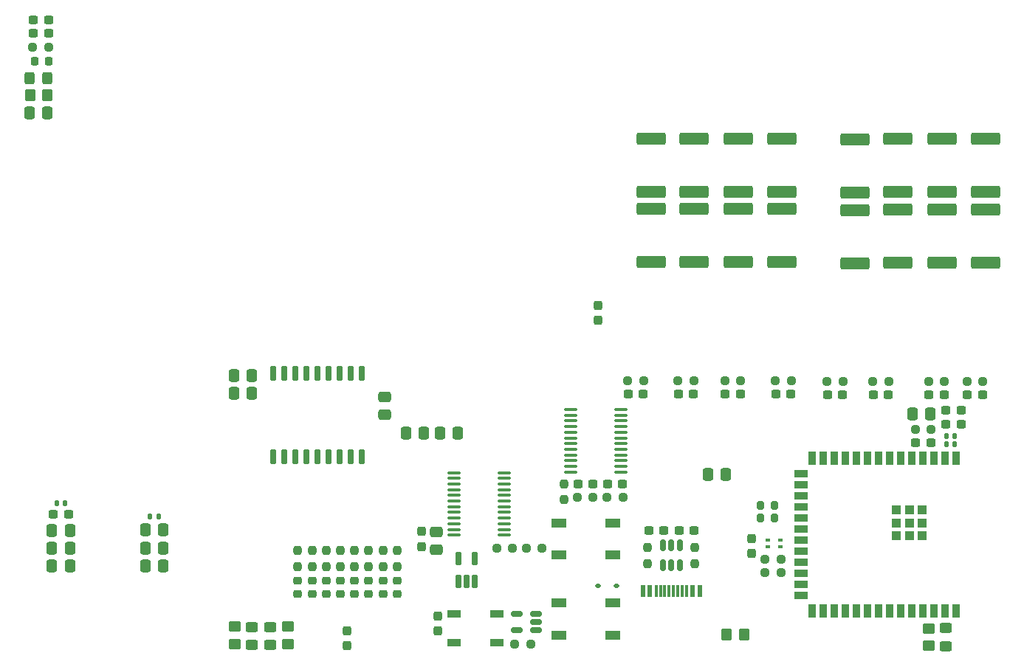
<source format=gbr>
%TF.GenerationSoftware,KiCad,Pcbnew,8.0.4*%
%TF.CreationDate,2024-11-14T02:45:49+01:00*%
%TF.ProjectId,hamodule,68616d6f-6475-46c6-952e-6b696361645f,20240908.25.8-2*%
%TF.SameCoordinates,Original*%
%TF.FileFunction,Paste,Top*%
%TF.FilePolarity,Positive*%
%FSLAX46Y46*%
G04 Gerber Fmt 4.6, Leading zero omitted, Abs format (unit mm)*
G04 Created by KiCad (PCBNEW 8.0.4) date 2024-11-14 02:45:49*
%MOMM*%
%LPD*%
G01*
G04 APERTURE LIST*
G04 Aperture macros list*
%AMRoundRect*
0 Rectangle with rounded corners*
0 $1 Rounding radius*
0 $2 $3 $4 $5 $6 $7 $8 $9 X,Y pos of 4 corners*
0 Add a 4 corners polygon primitive as box body*
4,1,4,$2,$3,$4,$5,$6,$7,$8,$9,$2,$3,0*
0 Add four circle primitives for the rounded corners*
1,1,$1+$1,$2,$3*
1,1,$1+$1,$4,$5*
1,1,$1+$1,$6,$7*
1,1,$1+$1,$8,$9*
0 Add four rect primitives between the rounded corners*
20,1,$1+$1,$2,$3,$4,$5,0*
20,1,$1+$1,$4,$5,$6,$7,0*
20,1,$1+$1,$6,$7,$8,$9,0*
20,1,$1+$1,$8,$9,$2,$3,0*%
G04 Aperture macros list end*
%ADD10RoundRect,0.237500X-0.237500X0.250000X-0.237500X-0.250000X0.237500X-0.250000X0.237500X0.250000X0*%
%ADD11RoundRect,0.162500X0.162500X-0.617500X0.162500X0.617500X-0.162500X0.617500X-0.162500X-0.617500X0*%
%ADD12RoundRect,0.249999X-1.425001X0.450001X-1.425001X-0.450001X1.425001X-0.450001X1.425001X0.450001X0*%
%ADD13RoundRect,0.250000X0.450000X-0.325000X0.450000X0.325000X-0.450000X0.325000X-0.450000X-0.325000X0*%
%ADD14RoundRect,0.250000X0.450000X-0.350000X0.450000X0.350000X-0.450000X0.350000X-0.450000X-0.350000X0*%
%ADD15RoundRect,0.250000X0.337500X0.475000X-0.337500X0.475000X-0.337500X-0.475000X0.337500X-0.475000X0*%
%ADD16RoundRect,0.237500X-0.250000X-0.237500X0.250000X-0.237500X0.250000X0.237500X-0.250000X0.237500X0*%
%ADD17RoundRect,0.237500X0.300000X0.237500X-0.300000X0.237500X-0.300000X-0.237500X0.300000X-0.237500X0*%
%ADD18R,1.800000X1.100000*%
%ADD19RoundRect,0.237500X-0.300000X-0.237500X0.300000X-0.237500X0.300000X0.237500X-0.300000X0.237500X0*%
%ADD20RoundRect,0.237500X-0.237500X0.300000X-0.237500X-0.300000X0.237500X-0.300000X0.237500X0.300000X0*%
%ADD21RoundRect,0.150000X0.150000X-0.725000X0.150000X0.725000X-0.150000X0.725000X-0.150000X-0.725000X0*%
%ADD22RoundRect,0.237500X0.237500X-0.250000X0.237500X0.250000X-0.237500X0.250000X-0.237500X-0.250000X0*%
%ADD23RoundRect,0.218750X0.256250X-0.218750X0.256250X0.218750X-0.256250X0.218750X-0.256250X-0.218750X0*%
%ADD24RoundRect,0.150000X0.512500X0.150000X-0.512500X0.150000X-0.512500X-0.150000X0.512500X-0.150000X0*%
%ADD25RoundRect,0.200000X0.200000X0.275000X-0.200000X0.275000X-0.200000X-0.275000X0.200000X-0.275000X0*%
%ADD26R,0.900000X1.500000*%
%ADD27R,1.500000X0.900000*%
%ADD28R,1.000000X1.000000*%
%ADD29RoundRect,0.100000X0.637500X0.100000X-0.637500X0.100000X-0.637500X-0.100000X0.637500X-0.100000X0*%
%ADD30RoundRect,0.237500X0.237500X-0.300000X0.237500X0.300000X-0.237500X0.300000X-0.237500X-0.300000X0*%
%ADD31RoundRect,0.250000X-0.450000X0.325000X-0.450000X-0.325000X0.450000X-0.325000X0.450000X0.325000X0*%
%ADD32RoundRect,0.250000X-0.337500X-0.475000X0.337500X-0.475000X0.337500X0.475000X-0.337500X0.475000X0*%
%ADD33RoundRect,0.112500X-0.187500X-0.112500X0.187500X-0.112500X0.187500X0.112500X-0.187500X0.112500X0*%
%ADD34RoundRect,0.250000X0.350000X0.450000X-0.350000X0.450000X-0.350000X-0.450000X0.350000X-0.450000X0*%
%ADD35RoundRect,0.140000X-0.140000X-0.170000X0.140000X-0.170000X0.140000X0.170000X-0.140000X0.170000X0*%
%ADD36R,0.600000X1.450000*%
%ADD37R,0.300000X1.450000*%
%ADD38RoundRect,0.250000X0.325000X0.450000X-0.325000X0.450000X-0.325000X-0.450000X0.325000X-0.450000X0*%
%ADD39RoundRect,0.250000X-0.475000X0.337500X-0.475000X-0.337500X0.475000X-0.337500X0.475000X0.337500X0*%
%ADD40RoundRect,0.140000X0.140000X0.170000X-0.140000X0.170000X-0.140000X-0.170000X0.140000X-0.170000X0*%
%ADD41RoundRect,0.250000X-0.350000X-0.450000X0.350000X-0.450000X0.350000X0.450000X-0.350000X0.450000X0*%
%ADD42R,0.500000X0.300000*%
%ADD43RoundRect,0.150000X0.150000X-0.512500X0.150000X0.512500X-0.150000X0.512500X-0.150000X-0.512500X0*%
%ADD44RoundRect,0.237500X0.250000X0.237500X-0.250000X0.237500X-0.250000X-0.237500X0.250000X-0.237500X0*%
%ADD45RoundRect,0.218750X0.218750X0.256250X-0.218750X0.256250X-0.218750X-0.256250X0.218750X-0.256250X0*%
G04 APERTURE END LIST*
D10*
%TO.C,R60*%
X66274000Y19443400D03*
X66274000Y17618400D03*
%TD*%
D11*
%TO.C,U14*%
X54174000Y10918400D03*
X56074000Y10918400D03*
X56074000Y8218400D03*
X55124000Y8218400D03*
X54174000Y8218400D03*
%TD*%
D12*
%TO.C,R12*%
X76275000Y59056900D03*
X76275000Y52956900D03*
%TD*%
%TO.C,R11*%
X81228000Y59056900D03*
X81228000Y52956900D03*
%TD*%
%TO.C,R19*%
X81228000Y51005100D03*
X81228000Y44905100D03*
%TD*%
%TO.C,R20*%
X76275000Y51005100D03*
X76275000Y44905100D03*
%TD*%
D13*
%TO.C,D2*%
X30524000Y993400D03*
X30524000Y3043400D03*
%TD*%
D14*
%TO.C,R7*%
X28524000Y1068400D03*
X28524000Y3068400D03*
%TD*%
D15*
%TO.C,C14*%
X9644200Y14098600D03*
X7569200Y14098600D03*
%TD*%
%TO.C,C8*%
X20361500Y12068400D03*
X18286500Y12068400D03*
%TD*%
D12*
%TO.C,R21*%
X91286400Y51005100D03*
X91286400Y44905100D03*
%TD*%
%TO.C,R10*%
X86257200Y59056900D03*
X86257200Y52956900D03*
%TD*%
%TO.C,R9*%
X91286400Y59056900D03*
X91286400Y52956900D03*
%TD*%
%TO.C,R22*%
X86257200Y51005100D03*
X86257200Y44905100D03*
%TD*%
D16*
%TO.C,R1*%
X106588402Y25681201D03*
X108413402Y25681201D03*
%TD*%
D17*
%TO.C,C3*%
X108350902Y24157201D03*
X106625902Y24157201D03*
%TD*%
D18*
%TO.C,SW2*%
X65671000Y14968400D03*
X71871000Y14968400D03*
X65671000Y11268400D03*
X71871000Y11268400D03*
%TD*%
%TO.C,SW3*%
X65669800Y5765800D03*
X71869800Y5765800D03*
X65669800Y2065800D03*
X71869800Y2065800D03*
%TD*%
D19*
%TO.C,C6*%
X110099000Y26268400D03*
X111824000Y26268400D03*
%TD*%
D20*
%TO.C,C30*%
X87779402Y13161201D03*
X87779402Y11436201D03*
%TD*%
D17*
%TO.C,C11*%
X77724000Y14078701D03*
X75999000Y14078701D03*
%TD*%
D13*
%TO.C,D3*%
X32624000Y968400D03*
X32624000Y3018400D03*
%TD*%
D21*
%TO.C,U11*%
X32964000Y22543400D03*
X34234000Y22543400D03*
X35504000Y22543400D03*
X36774000Y22543400D03*
X38044000Y22543400D03*
X39314000Y22543400D03*
X40584000Y22543400D03*
X41854000Y22543400D03*
X43124000Y22543400D03*
X43124000Y32093400D03*
X41854000Y32093400D03*
X40584000Y32093400D03*
X39314000Y32093400D03*
X38044000Y32093400D03*
X36774000Y32093400D03*
X35504000Y32093400D03*
X34234000Y32093400D03*
X32964000Y32093400D03*
%TD*%
D22*
%TO.C,R46*%
X37396000Y9965496D03*
X37396000Y11790496D03*
%TD*%
%TO.C,R45*%
X35770400Y9967396D03*
X35770400Y11792396D03*
%TD*%
D12*
%TO.C,R25*%
X104583200Y50900600D03*
X104583200Y44800600D03*
%TD*%
D19*
%TO.C,C25*%
X96524002Y29707101D03*
X98249002Y29707101D03*
%TD*%
D17*
%TO.C,C40*%
X7174000Y72718400D03*
X5449000Y72718400D03*
%TD*%
D12*
%TO.C,R15*%
X104583200Y59032600D03*
X104583200Y52932600D03*
%TD*%
D23*
%TO.C,D5*%
X35770400Y6790296D03*
X35770400Y8365296D03*
%TD*%
D19*
%TO.C,C23*%
X108156102Y29707101D03*
X109881102Y29707101D03*
%TD*%
D14*
%TO.C,R8*%
X34624000Y1068400D03*
X34624000Y3068400D03*
%TD*%
D16*
%TO.C,R32*%
X84738626Y31255920D03*
X86563626Y31255920D03*
%TD*%
D22*
%TO.C,R50*%
X43898400Y9967396D03*
X43898400Y11792396D03*
%TD*%
%TO.C,R49*%
X42272800Y9965496D03*
X42272800Y11790496D03*
%TD*%
D12*
%TO.C,R26*%
X99644200Y50852800D03*
X99644200Y44752800D03*
%TD*%
D16*
%TO.C,R34*%
X73611526Y31255920D03*
X75436526Y31255920D03*
%TD*%
D24*
%TO.C,U10*%
X63124000Y2641600D03*
X63124000Y3591600D03*
X63124000Y4541600D03*
X60849000Y4541600D03*
X60849000Y2641600D03*
%TD*%
D25*
%TO.C,R5*%
X90454402Y16988701D03*
X88804402Y16988701D03*
%TD*%
D16*
%TO.C,R27*%
X112511500Y31231101D03*
X114336500Y31231101D03*
%TD*%
D12*
%TO.C,R16*%
X99644200Y58982800D03*
X99644200Y52882800D03*
%TD*%
D25*
%TO.C,R6*%
X90454402Y15513701D03*
X88804402Y15513701D03*
%TD*%
D26*
%TO.C,U3*%
X111239402Y22348701D03*
X109969402Y22348701D03*
X108699402Y22348701D03*
X107429402Y22348701D03*
X106159402Y22348701D03*
X104889402Y22348701D03*
X103619402Y22348701D03*
X102349402Y22348701D03*
X101079402Y22348701D03*
X99809402Y22348701D03*
X98539402Y22348701D03*
X97269402Y22348701D03*
X95999402Y22348701D03*
X94729402Y22348701D03*
D27*
X93479402Y20583701D03*
X93479402Y19313701D03*
X93479402Y18043701D03*
X93479402Y16773701D03*
X93479402Y15503701D03*
X93479402Y14233701D03*
X93479402Y12963701D03*
X93479402Y11693701D03*
X93479402Y10423701D03*
X93479402Y9153701D03*
X93479402Y7883701D03*
X93479402Y6613701D03*
D26*
X94729402Y4848701D03*
X95999402Y4848701D03*
X97269402Y4848701D03*
X98539402Y4848701D03*
X99809402Y4848701D03*
X101079402Y4848701D03*
X102349402Y4848701D03*
X103619402Y4848701D03*
X104889402Y4848701D03*
X106159402Y4848701D03*
X107429402Y4848701D03*
X108699402Y4848701D03*
X109969402Y4848701D03*
X111239402Y4848701D03*
D28*
X107389402Y16458701D03*
X105889402Y16458701D03*
X104389402Y16458701D03*
X107389402Y14958701D03*
X105889402Y14958701D03*
X104389402Y14958701D03*
X107389402Y13458701D03*
X105889402Y13458701D03*
X104389402Y13458701D03*
%TD*%
D12*
%TO.C,R13*%
X114616200Y59032600D03*
X114616200Y52932600D03*
%TD*%
D23*
%TO.C,D10*%
X43898400Y6790396D03*
X43898400Y8365396D03*
%TD*%
D29*
%TO.C,U12*%
X59449000Y13568400D03*
X59449000Y14218400D03*
X59449000Y14868400D03*
X59449000Y15518400D03*
X59449000Y16168400D03*
X59449000Y16818400D03*
X59449000Y17468400D03*
X59449000Y18118400D03*
X59449000Y18768400D03*
X59449000Y19418400D03*
X59449000Y20068400D03*
X59449000Y20718400D03*
X53724000Y20718400D03*
X53724000Y20068400D03*
X53724000Y19418400D03*
X53724000Y18768400D03*
X53724000Y18118400D03*
X53724000Y17468400D03*
X53724000Y16818400D03*
X53724000Y16168400D03*
X53724000Y15518400D03*
X53724000Y14868400D03*
X53724000Y14218400D03*
X53724000Y13568400D03*
%TD*%
D16*
%TO.C,R44*%
X60659400Y1051600D03*
X62484400Y1051600D03*
%TD*%
D30*
%TO.C,C31*%
X51839200Y2540700D03*
X51839200Y4265700D03*
%TD*%
D16*
%TO.C,R29*%
X101706402Y31231101D03*
X103531402Y31231101D03*
%TD*%
D31*
%TO.C,D13*%
X110058200Y2879200D03*
X110058200Y829200D03*
%TD*%
D32*
%TO.C,C35*%
X48149000Y25268400D03*
X50224000Y25268400D03*
%TD*%
D20*
%TO.C,C34*%
X49924000Y13993400D03*
X49924000Y12268400D03*
%TD*%
D33*
%TO.C,D1*%
X70174000Y7768400D03*
X72274000Y7768400D03*
%TD*%
D12*
%TO.C,R14*%
X109637800Y59032600D03*
X109637800Y52932600D03*
%TD*%
D17*
%TO.C,C22*%
X114286500Y29707101D03*
X112561500Y29707101D03*
%TD*%
D15*
%TO.C,C15*%
X9644200Y12041200D03*
X7569200Y12041200D03*
%TD*%
D19*
%TO.C,C42*%
X5449000Y71118400D03*
X7174000Y71118400D03*
%TD*%
D34*
%TO.C,R55*%
X7074000Y64018400D03*
X5074000Y64018400D03*
%TD*%
D35*
%TO.C,C44*%
X110144000Y24968400D03*
X111104000Y24968400D03*
%TD*%
D36*
%TO.C,J3*%
X75355402Y7137801D03*
X76155402Y7137801D03*
D37*
X77355402Y7137801D03*
X78355402Y7137801D03*
X78855402Y7137801D03*
X79855402Y7137801D03*
D36*
X81055402Y7137801D03*
X81855402Y7137801D03*
X81855402Y7137801D03*
X81055402Y7137801D03*
D37*
X80355402Y7137801D03*
X79355402Y7137801D03*
X77855402Y7137801D03*
X76855402Y7137801D03*
D36*
X76155402Y7137801D03*
X75355402Y7137801D03*
%TD*%
D16*
%TO.C,R31*%
X90529826Y31255920D03*
X92354826Y31255920D03*
%TD*%
D19*
%TO.C,C47*%
X71286500Y19468400D03*
X73011500Y19468400D03*
%TD*%
D16*
%TO.C,R36*%
X67786500Y17868400D03*
X69611500Y17868400D03*
%TD*%
D22*
%TO.C,R47*%
X39021600Y9965496D03*
X39021600Y11790496D03*
%TD*%
D19*
%TO.C,C27*%
X84785626Y29731920D03*
X86510626Y29731920D03*
%TD*%
D23*
%TO.C,D12*%
X47149600Y6790396D03*
X47149600Y8365396D03*
%TD*%
D29*
%TO.C,U9*%
X72799000Y20818400D03*
X72799000Y21468400D03*
X72799000Y22118400D03*
X72799000Y22768400D03*
X72799000Y23418400D03*
X72799000Y24068400D03*
X72799000Y24718400D03*
X72799000Y25368400D03*
X72799000Y26018400D03*
X72799000Y26668400D03*
X72799000Y27318400D03*
X72799000Y27968400D03*
X67074000Y27968400D03*
X67074000Y27318400D03*
X67074000Y26668400D03*
X67074000Y26018400D03*
X67074000Y25368400D03*
X67074000Y24718400D03*
X67074000Y24068400D03*
X67074000Y23418400D03*
X67074000Y22768400D03*
X67074000Y22118400D03*
X67074000Y21468400D03*
X67074000Y20818400D03*
%TD*%
D19*
%TO.C,C28*%
X79402600Y29731920D03*
X81127600Y29731920D03*
%TD*%
D15*
%TO.C,C10*%
X20353700Y10004400D03*
X18278700Y10004400D03*
%TD*%
D16*
%TO.C,R30*%
X96474002Y31231101D03*
X98299002Y31231101D03*
%TD*%
D38*
%TO.C,D14*%
X7074000Y66018400D03*
X5024000Y66018400D03*
%TD*%
D23*
%TO.C,D6*%
X37396000Y6790396D03*
X37396000Y8365396D03*
%TD*%
D20*
%TO.C,C33*%
X41427400Y2615100D03*
X41427400Y890100D03*
%TD*%
D32*
%TO.C,C38*%
X82799000Y20568400D03*
X84874000Y20568400D03*
%TD*%
D22*
%TO.C,R52*%
X47149600Y9967396D03*
X47149600Y11792396D03*
%TD*%
D19*
%TO.C,C24*%
X101756402Y29707101D03*
X103481402Y29707101D03*
%TD*%
D32*
%TO.C,C36*%
X52049000Y25268400D03*
X54124000Y25268400D03*
%TD*%
D17*
%TO.C,C26*%
X92301826Y29731920D03*
X90576826Y29731920D03*
%TD*%
D39*
%TO.C,C37*%
X45724000Y29443400D03*
X45724000Y27368400D03*
%TD*%
D27*
%TO.C,D4*%
X53724000Y4518400D03*
X53724000Y1218400D03*
X58624000Y1218400D03*
X58624000Y4518400D03*
%TD*%
D16*
%TO.C,R35*%
X71224000Y17868400D03*
X73049000Y17868400D03*
%TD*%
D22*
%TO.C,R4*%
X81309402Y10296201D03*
X81309402Y12121201D03*
%TD*%
D40*
%TO.C,C49*%
X9084000Y17268400D03*
X8124000Y17268400D03*
%TD*%
D22*
%TO.C,R51*%
X45524000Y9967396D03*
X45524000Y11792396D03*
%TD*%
D17*
%TO.C,C46*%
X69611500Y19468400D03*
X67886500Y19468400D03*
%TD*%
%TO.C,C17*%
X9449000Y15968400D03*
X7724000Y15968400D03*
%TD*%
D15*
%TO.C,C21*%
X30524000Y29868400D03*
X28449000Y29868400D03*
%TD*%
D41*
%TO.C,R2*%
X84944200Y2184400D03*
X86944200Y2184400D03*
%TD*%
D42*
%TO.C,U8*%
X91089402Y12205101D03*
X91089402Y13005101D03*
X89689402Y13005101D03*
X89689402Y12205101D03*
%TD*%
D23*
%TO.C,D8*%
X40647200Y6790396D03*
X40647200Y8365396D03*
%TD*%
D43*
%TO.C,U2*%
X77659402Y10101201D03*
X78609402Y10101201D03*
X79559402Y10101201D03*
X79559402Y12376201D03*
X78609402Y12376201D03*
X77659402Y12376201D03*
%TD*%
D19*
%TO.C,C13*%
X79499000Y14078701D03*
X81224000Y14078701D03*
%TD*%
D32*
%TO.C,C41*%
X4999000Y62018400D03*
X7074000Y62018400D03*
%TD*%
D16*
%TO.C,R17*%
X89358502Y10795000D03*
X91183502Y10795000D03*
%TD*%
D15*
%TO.C,C16*%
X9644200Y10009200D03*
X7569200Y10009200D03*
%TD*%
D23*
%TO.C,D7*%
X39021600Y6790396D03*
X39021600Y8365396D03*
%TD*%
D12*
%TO.C,R24*%
X109637800Y50904600D03*
X109637800Y44804600D03*
%TD*%
D44*
%TO.C,R54*%
X7174000Y69518400D03*
X5349000Y69518400D03*
%TD*%
D23*
%TO.C,D9*%
X42272800Y6790396D03*
X42272800Y8365396D03*
%TD*%
D12*
%TO.C,R23*%
X114616200Y50904600D03*
X114616200Y44804600D03*
%TD*%
D19*
%TO.C,C4*%
X110099000Y27868400D03*
X111824000Y27868400D03*
%TD*%
D15*
%TO.C,C5*%
X20361500Y14168400D03*
X18286500Y14168400D03*
%TD*%
%TO.C,C20*%
X30524000Y31868400D03*
X28449000Y31868400D03*
%TD*%
D22*
%TO.C,R48*%
X40647200Y9965496D03*
X40647200Y11790496D03*
%TD*%
D35*
%TO.C,C43*%
X110144000Y23968400D03*
X111104000Y23968400D03*
%TD*%
D16*
%TO.C,R33*%
X79351926Y31267400D03*
X81176926Y31267400D03*
%TD*%
%TO.C,R18*%
X89358502Y9271000D03*
X91183502Y9271000D03*
%TD*%
%TO.C,R37*%
X63774000Y12068400D03*
X61949000Y12068400D03*
%TD*%
D44*
%TO.C,R38*%
X60386500Y12068400D03*
X58561500Y12068400D03*
%TD*%
D14*
%TO.C,R53*%
X108102400Y854200D03*
X108102400Y2854200D03*
%TD*%
D22*
%TO.C,R3*%
X75839402Y10316201D03*
X75839402Y12141201D03*
%TD*%
D20*
%TO.C,C9*%
X70154000Y39953400D03*
X70154000Y38228400D03*
%TD*%
D19*
%TO.C,C29*%
X73660426Y29731920D03*
X75385426Y29731920D03*
%TD*%
D15*
%TO.C,C7*%
X108324000Y27468400D03*
X106249000Y27468400D03*
%TD*%
D40*
%TO.C,C48*%
X19784000Y15668400D03*
X18824000Y15668400D03*
%TD*%
D39*
%TO.C,C32*%
X51674000Y13943400D03*
X51674000Y11868400D03*
%TD*%
D23*
%TO.C,D11*%
X45524000Y6790396D03*
X45524000Y8365396D03*
%TD*%
D16*
%TO.C,R28*%
X108105302Y31231101D03*
X109930302Y31231101D03*
%TD*%
D45*
%TO.C,D15*%
X7174000Y67918400D03*
X5599000Y67918400D03*
%TD*%
M02*

</source>
